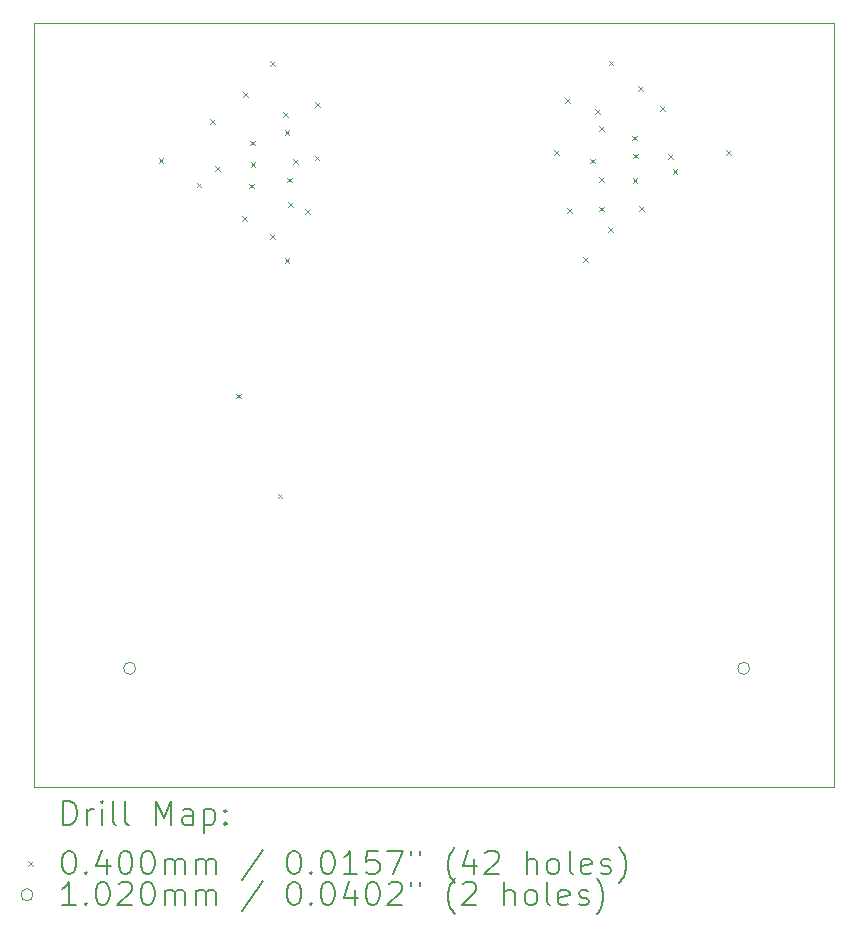
<source format=gbr>
%FSLAX45Y45*%
G04 Gerber Fmt 4.5, Leading zero omitted, Abs format (unit mm)*
G04 Created by KiCad (PCBNEW (6.0.0-0)) date 2022-07-31 01:09:14*
%MOMM*%
%LPD*%
G01*
G04 APERTURE LIST*
%TA.AperFunction,Profile*%
%ADD10C,0.100000*%
%TD*%
%ADD11C,0.200000*%
%ADD12C,0.040000*%
%ADD13C,0.102000*%
G04 APERTURE END LIST*
D10*
X10251440Y-5740400D02*
X17025620Y-5740400D01*
X17025620Y-5740400D02*
X17025620Y-12214860D01*
X17025620Y-12214860D02*
X10251440Y-12214860D01*
X10251440Y-12214860D02*
X10251440Y-5740400D01*
D11*
D12*
X11309670Y-6887530D02*
X11349670Y-6927530D01*
X11349670Y-6887530D02*
X11309670Y-6927530D01*
X11631030Y-7094590D02*
X11671030Y-7134590D01*
X11671030Y-7094590D02*
X11631030Y-7134590D01*
X11744010Y-6554790D02*
X11784010Y-6594790D01*
X11784010Y-6554790D02*
X11744010Y-6594790D01*
X11789730Y-6956110D02*
X11829730Y-6996110D01*
X11829730Y-6956110D02*
X11789730Y-6996110D01*
X11963720Y-8880160D02*
X12003720Y-8920160D01*
X12003720Y-8880160D02*
X11963720Y-8920160D01*
X12018330Y-7375210D02*
X12058330Y-7415210D01*
X12058330Y-7375210D02*
X12018330Y-7415210D01*
X12028490Y-6328730D02*
X12068490Y-6368730D01*
X12068490Y-6328730D02*
X12028490Y-6368730D01*
X12079290Y-7103430D02*
X12119290Y-7143430D01*
X12119290Y-7103430D02*
X12079290Y-7143430D01*
X12084370Y-6737670D02*
X12124370Y-6777670D01*
X12124370Y-6737670D02*
X12084370Y-6777670D01*
X12088130Y-6923090D02*
X12128130Y-6963090D01*
X12128130Y-6923090D02*
X12088130Y-6963090D01*
X12252010Y-7532690D02*
X12292010Y-7572690D01*
X12292010Y-7532690D02*
X12252010Y-7572690D01*
X12254550Y-6067110D02*
X12294550Y-6107110D01*
X12294550Y-6067110D02*
X12254550Y-6107110D01*
X12316780Y-9728520D02*
X12356780Y-9768520D01*
X12356780Y-9728520D02*
X12316780Y-9768520D01*
X12363770Y-6498910D02*
X12403770Y-6538910D01*
X12403770Y-6498910D02*
X12363770Y-6538910D01*
X12376470Y-6648770D02*
X12416470Y-6688770D01*
X12416470Y-6648770D02*
X12376470Y-6688770D01*
X12377690Y-7730810D02*
X12417690Y-7770810D01*
X12417690Y-7730810D02*
X12377690Y-7770810D01*
X12399330Y-7052630D02*
X12439330Y-7092630D01*
X12439330Y-7052630D02*
X12399330Y-7092630D01*
X12406950Y-7260910D02*
X12446950Y-7300910D01*
X12446950Y-7260910D02*
X12406950Y-7300910D01*
X12447590Y-6892610D02*
X12487590Y-6932610D01*
X12487590Y-6892610D02*
X12447590Y-6932610D01*
X12551730Y-7319330D02*
X12591730Y-7359330D01*
X12591730Y-7319330D02*
X12551730Y-7359330D01*
X12630470Y-6864670D02*
X12670470Y-6904670D01*
X12670470Y-6864670D02*
X12630470Y-6904670D01*
X12635550Y-6410010D02*
X12675550Y-6450010D01*
X12675550Y-6410010D02*
X12635550Y-6450010D01*
X14661200Y-6817680D02*
X14701200Y-6857680D01*
X14701200Y-6817680D02*
X14661200Y-6857680D01*
X14750100Y-6380800D02*
X14790100Y-6420800D01*
X14790100Y-6380800D02*
X14750100Y-6420800D01*
X14770420Y-7307900D02*
X14810420Y-7347900D01*
X14810420Y-7307900D02*
X14770420Y-7347900D01*
X14905040Y-7724460D02*
X14945040Y-7764460D01*
X14945040Y-7724460D02*
X14905040Y-7764460D01*
X14960920Y-6891340D02*
X15000920Y-6931340D01*
X15000920Y-6891340D02*
X14960920Y-6931340D01*
X15006640Y-6472240D02*
X15046640Y-6512240D01*
X15046640Y-6472240D02*
X15006640Y-6512240D01*
X15037120Y-6617020D02*
X15077120Y-6657020D01*
X15077120Y-6617020D02*
X15037120Y-6657020D01*
X15037120Y-7048820D02*
X15077120Y-7088820D01*
X15077120Y-7048820D02*
X15037120Y-7088820D01*
X15042200Y-7297740D02*
X15082200Y-7337740D01*
X15082200Y-7297740D02*
X15042200Y-7337740D01*
X15115860Y-7473000D02*
X15155860Y-7513000D01*
X15155860Y-7473000D02*
X15115860Y-7513000D01*
X15120940Y-6060760D02*
X15160940Y-6100760D01*
X15160940Y-6060760D02*
X15120940Y-6100760D01*
X15321600Y-6695760D02*
X15361600Y-6735760D01*
X15361600Y-6695760D02*
X15321600Y-6735760D01*
X15324140Y-7058980D02*
X15364140Y-7098980D01*
X15364140Y-7058980D02*
X15324140Y-7098980D01*
X15329220Y-6848160D02*
X15369220Y-6888160D01*
X15369220Y-6848160D02*
X15329220Y-6888160D01*
X15367320Y-6276660D02*
X15407320Y-6316660D01*
X15407320Y-6276660D02*
X15367320Y-6316660D01*
X15377480Y-7292660D02*
X15417480Y-7332660D01*
X15417480Y-7292660D02*
X15377480Y-7332660D01*
X15555280Y-6449380D02*
X15595280Y-6489380D01*
X15595280Y-6449380D02*
X15555280Y-6489380D01*
X15626400Y-6855780D02*
X15666400Y-6895780D01*
X15666400Y-6855780D02*
X15626400Y-6895780D01*
X15661960Y-6980240D02*
X15701960Y-7020240D01*
X15701960Y-6980240D02*
X15661960Y-7020240D01*
X16116620Y-6817680D02*
X16156620Y-6857680D01*
X16156620Y-6817680D02*
X16116620Y-6857680D01*
D13*
X11115620Y-11206480D02*
G75*
G03*
X11115620Y-11206480I-51000J0D01*
G01*
X16314620Y-11206480D02*
G75*
G03*
X16314620Y-11206480I-51000J0D01*
G01*
D11*
X10504059Y-12530336D02*
X10504059Y-12330336D01*
X10551678Y-12330336D01*
X10580250Y-12339860D01*
X10599297Y-12358908D01*
X10608821Y-12377955D01*
X10618345Y-12416050D01*
X10618345Y-12444622D01*
X10608821Y-12482717D01*
X10599297Y-12501765D01*
X10580250Y-12520812D01*
X10551678Y-12530336D01*
X10504059Y-12530336D01*
X10704059Y-12530336D02*
X10704059Y-12397003D01*
X10704059Y-12435098D02*
X10713583Y-12416050D01*
X10723107Y-12406527D01*
X10742154Y-12397003D01*
X10761202Y-12397003D01*
X10827869Y-12530336D02*
X10827869Y-12397003D01*
X10827869Y-12330336D02*
X10818345Y-12339860D01*
X10827869Y-12349384D01*
X10837392Y-12339860D01*
X10827869Y-12330336D01*
X10827869Y-12349384D01*
X10951678Y-12530336D02*
X10932630Y-12520812D01*
X10923107Y-12501765D01*
X10923107Y-12330336D01*
X11056440Y-12530336D02*
X11037392Y-12520812D01*
X11027869Y-12501765D01*
X11027869Y-12330336D01*
X11285011Y-12530336D02*
X11285011Y-12330336D01*
X11351678Y-12473193D01*
X11418345Y-12330336D01*
X11418345Y-12530336D01*
X11599297Y-12530336D02*
X11599297Y-12425574D01*
X11589773Y-12406527D01*
X11570726Y-12397003D01*
X11532630Y-12397003D01*
X11513583Y-12406527D01*
X11599297Y-12520812D02*
X11580249Y-12530336D01*
X11532630Y-12530336D01*
X11513583Y-12520812D01*
X11504059Y-12501765D01*
X11504059Y-12482717D01*
X11513583Y-12463669D01*
X11532630Y-12454146D01*
X11580249Y-12454146D01*
X11599297Y-12444622D01*
X11694535Y-12397003D02*
X11694535Y-12597003D01*
X11694535Y-12406527D02*
X11713583Y-12397003D01*
X11751678Y-12397003D01*
X11770726Y-12406527D01*
X11780249Y-12416050D01*
X11789773Y-12435098D01*
X11789773Y-12492241D01*
X11780249Y-12511288D01*
X11770726Y-12520812D01*
X11751678Y-12530336D01*
X11713583Y-12530336D01*
X11694535Y-12520812D01*
X11875488Y-12511288D02*
X11885011Y-12520812D01*
X11875488Y-12530336D01*
X11865964Y-12520812D01*
X11875488Y-12511288D01*
X11875488Y-12530336D01*
X11875488Y-12406527D02*
X11885011Y-12416050D01*
X11875488Y-12425574D01*
X11865964Y-12416050D01*
X11875488Y-12406527D01*
X11875488Y-12425574D01*
D12*
X10206440Y-12839860D02*
X10246440Y-12879860D01*
X10246440Y-12839860D02*
X10206440Y-12879860D01*
D11*
X10542154Y-12750336D02*
X10561202Y-12750336D01*
X10580250Y-12759860D01*
X10589773Y-12769384D01*
X10599297Y-12788431D01*
X10608821Y-12826527D01*
X10608821Y-12874146D01*
X10599297Y-12912241D01*
X10589773Y-12931288D01*
X10580250Y-12940812D01*
X10561202Y-12950336D01*
X10542154Y-12950336D01*
X10523107Y-12940812D01*
X10513583Y-12931288D01*
X10504059Y-12912241D01*
X10494535Y-12874146D01*
X10494535Y-12826527D01*
X10504059Y-12788431D01*
X10513583Y-12769384D01*
X10523107Y-12759860D01*
X10542154Y-12750336D01*
X10694535Y-12931288D02*
X10704059Y-12940812D01*
X10694535Y-12950336D01*
X10685011Y-12940812D01*
X10694535Y-12931288D01*
X10694535Y-12950336D01*
X10875488Y-12817003D02*
X10875488Y-12950336D01*
X10827869Y-12740812D02*
X10780250Y-12883669D01*
X10904059Y-12883669D01*
X11018345Y-12750336D02*
X11037392Y-12750336D01*
X11056440Y-12759860D01*
X11065964Y-12769384D01*
X11075488Y-12788431D01*
X11085011Y-12826527D01*
X11085011Y-12874146D01*
X11075488Y-12912241D01*
X11065964Y-12931288D01*
X11056440Y-12940812D01*
X11037392Y-12950336D01*
X11018345Y-12950336D01*
X10999297Y-12940812D01*
X10989773Y-12931288D01*
X10980250Y-12912241D01*
X10970726Y-12874146D01*
X10970726Y-12826527D01*
X10980250Y-12788431D01*
X10989773Y-12769384D01*
X10999297Y-12759860D01*
X11018345Y-12750336D01*
X11208821Y-12750336D02*
X11227868Y-12750336D01*
X11246916Y-12759860D01*
X11256440Y-12769384D01*
X11265964Y-12788431D01*
X11275488Y-12826527D01*
X11275488Y-12874146D01*
X11265964Y-12912241D01*
X11256440Y-12931288D01*
X11246916Y-12940812D01*
X11227868Y-12950336D01*
X11208821Y-12950336D01*
X11189773Y-12940812D01*
X11180250Y-12931288D01*
X11170726Y-12912241D01*
X11161202Y-12874146D01*
X11161202Y-12826527D01*
X11170726Y-12788431D01*
X11180250Y-12769384D01*
X11189773Y-12759860D01*
X11208821Y-12750336D01*
X11361202Y-12950336D02*
X11361202Y-12817003D01*
X11361202Y-12836050D02*
X11370726Y-12826527D01*
X11389773Y-12817003D01*
X11418345Y-12817003D01*
X11437392Y-12826527D01*
X11446916Y-12845574D01*
X11446916Y-12950336D01*
X11446916Y-12845574D02*
X11456440Y-12826527D01*
X11475488Y-12817003D01*
X11504059Y-12817003D01*
X11523107Y-12826527D01*
X11532630Y-12845574D01*
X11532630Y-12950336D01*
X11627868Y-12950336D02*
X11627868Y-12817003D01*
X11627868Y-12836050D02*
X11637392Y-12826527D01*
X11656440Y-12817003D01*
X11685011Y-12817003D01*
X11704059Y-12826527D01*
X11713583Y-12845574D01*
X11713583Y-12950336D01*
X11713583Y-12845574D02*
X11723107Y-12826527D01*
X11742154Y-12817003D01*
X11770726Y-12817003D01*
X11789773Y-12826527D01*
X11799297Y-12845574D01*
X11799297Y-12950336D01*
X12189773Y-12740812D02*
X12018345Y-12997955D01*
X12446916Y-12750336D02*
X12465964Y-12750336D01*
X12485011Y-12759860D01*
X12494535Y-12769384D01*
X12504059Y-12788431D01*
X12513583Y-12826527D01*
X12513583Y-12874146D01*
X12504059Y-12912241D01*
X12494535Y-12931288D01*
X12485011Y-12940812D01*
X12465964Y-12950336D01*
X12446916Y-12950336D01*
X12427868Y-12940812D01*
X12418345Y-12931288D01*
X12408821Y-12912241D01*
X12399297Y-12874146D01*
X12399297Y-12826527D01*
X12408821Y-12788431D01*
X12418345Y-12769384D01*
X12427868Y-12759860D01*
X12446916Y-12750336D01*
X12599297Y-12931288D02*
X12608821Y-12940812D01*
X12599297Y-12950336D01*
X12589773Y-12940812D01*
X12599297Y-12931288D01*
X12599297Y-12950336D01*
X12732630Y-12750336D02*
X12751678Y-12750336D01*
X12770726Y-12759860D01*
X12780249Y-12769384D01*
X12789773Y-12788431D01*
X12799297Y-12826527D01*
X12799297Y-12874146D01*
X12789773Y-12912241D01*
X12780249Y-12931288D01*
X12770726Y-12940812D01*
X12751678Y-12950336D01*
X12732630Y-12950336D01*
X12713583Y-12940812D01*
X12704059Y-12931288D01*
X12694535Y-12912241D01*
X12685011Y-12874146D01*
X12685011Y-12826527D01*
X12694535Y-12788431D01*
X12704059Y-12769384D01*
X12713583Y-12759860D01*
X12732630Y-12750336D01*
X12989773Y-12950336D02*
X12875488Y-12950336D01*
X12932630Y-12950336D02*
X12932630Y-12750336D01*
X12913583Y-12778908D01*
X12894535Y-12797955D01*
X12875488Y-12807479D01*
X13170726Y-12750336D02*
X13075488Y-12750336D01*
X13065964Y-12845574D01*
X13075488Y-12836050D01*
X13094535Y-12826527D01*
X13142154Y-12826527D01*
X13161202Y-12836050D01*
X13170726Y-12845574D01*
X13180249Y-12864622D01*
X13180249Y-12912241D01*
X13170726Y-12931288D01*
X13161202Y-12940812D01*
X13142154Y-12950336D01*
X13094535Y-12950336D01*
X13075488Y-12940812D01*
X13065964Y-12931288D01*
X13246916Y-12750336D02*
X13380249Y-12750336D01*
X13294535Y-12950336D01*
X13446916Y-12750336D02*
X13446916Y-12788431D01*
X13523107Y-12750336D02*
X13523107Y-12788431D01*
X13818345Y-13026527D02*
X13808821Y-13017003D01*
X13789773Y-12988431D01*
X13780249Y-12969384D01*
X13770726Y-12940812D01*
X13761202Y-12893193D01*
X13761202Y-12855098D01*
X13770726Y-12807479D01*
X13780249Y-12778908D01*
X13789773Y-12759860D01*
X13808821Y-12731288D01*
X13818345Y-12721765D01*
X13980249Y-12817003D02*
X13980249Y-12950336D01*
X13932630Y-12740812D02*
X13885011Y-12883669D01*
X14008821Y-12883669D01*
X14075488Y-12769384D02*
X14085011Y-12759860D01*
X14104059Y-12750336D01*
X14151678Y-12750336D01*
X14170726Y-12759860D01*
X14180249Y-12769384D01*
X14189773Y-12788431D01*
X14189773Y-12807479D01*
X14180249Y-12836050D01*
X14065964Y-12950336D01*
X14189773Y-12950336D01*
X14427868Y-12950336D02*
X14427868Y-12750336D01*
X14513583Y-12950336D02*
X14513583Y-12845574D01*
X14504059Y-12826527D01*
X14485011Y-12817003D01*
X14456440Y-12817003D01*
X14437392Y-12826527D01*
X14427868Y-12836050D01*
X14637392Y-12950336D02*
X14618345Y-12940812D01*
X14608821Y-12931288D01*
X14599297Y-12912241D01*
X14599297Y-12855098D01*
X14608821Y-12836050D01*
X14618345Y-12826527D01*
X14637392Y-12817003D01*
X14665964Y-12817003D01*
X14685011Y-12826527D01*
X14694535Y-12836050D01*
X14704059Y-12855098D01*
X14704059Y-12912241D01*
X14694535Y-12931288D01*
X14685011Y-12940812D01*
X14665964Y-12950336D01*
X14637392Y-12950336D01*
X14818345Y-12950336D02*
X14799297Y-12940812D01*
X14789773Y-12921765D01*
X14789773Y-12750336D01*
X14970726Y-12940812D02*
X14951678Y-12950336D01*
X14913583Y-12950336D01*
X14894535Y-12940812D01*
X14885011Y-12921765D01*
X14885011Y-12845574D01*
X14894535Y-12826527D01*
X14913583Y-12817003D01*
X14951678Y-12817003D01*
X14970726Y-12826527D01*
X14980249Y-12845574D01*
X14980249Y-12864622D01*
X14885011Y-12883669D01*
X15056440Y-12940812D02*
X15075488Y-12950336D01*
X15113583Y-12950336D01*
X15132630Y-12940812D01*
X15142154Y-12921765D01*
X15142154Y-12912241D01*
X15132630Y-12893193D01*
X15113583Y-12883669D01*
X15085011Y-12883669D01*
X15065964Y-12874146D01*
X15056440Y-12855098D01*
X15056440Y-12845574D01*
X15065964Y-12826527D01*
X15085011Y-12817003D01*
X15113583Y-12817003D01*
X15132630Y-12826527D01*
X15208821Y-13026527D02*
X15218345Y-13017003D01*
X15237392Y-12988431D01*
X15246916Y-12969384D01*
X15256440Y-12940812D01*
X15265964Y-12893193D01*
X15265964Y-12855098D01*
X15256440Y-12807479D01*
X15246916Y-12778908D01*
X15237392Y-12759860D01*
X15218345Y-12731288D01*
X15208821Y-12721765D01*
D13*
X10246440Y-13123860D02*
G75*
G03*
X10246440Y-13123860I-51000J0D01*
G01*
D11*
X10608821Y-13214336D02*
X10494535Y-13214336D01*
X10551678Y-13214336D02*
X10551678Y-13014336D01*
X10532630Y-13042908D01*
X10513583Y-13061955D01*
X10494535Y-13071479D01*
X10694535Y-13195288D02*
X10704059Y-13204812D01*
X10694535Y-13214336D01*
X10685011Y-13204812D01*
X10694535Y-13195288D01*
X10694535Y-13214336D01*
X10827869Y-13014336D02*
X10846916Y-13014336D01*
X10865964Y-13023860D01*
X10875488Y-13033384D01*
X10885011Y-13052431D01*
X10894535Y-13090527D01*
X10894535Y-13138146D01*
X10885011Y-13176241D01*
X10875488Y-13195288D01*
X10865964Y-13204812D01*
X10846916Y-13214336D01*
X10827869Y-13214336D01*
X10808821Y-13204812D01*
X10799297Y-13195288D01*
X10789773Y-13176241D01*
X10780250Y-13138146D01*
X10780250Y-13090527D01*
X10789773Y-13052431D01*
X10799297Y-13033384D01*
X10808821Y-13023860D01*
X10827869Y-13014336D01*
X10970726Y-13033384D02*
X10980250Y-13023860D01*
X10999297Y-13014336D01*
X11046916Y-13014336D01*
X11065964Y-13023860D01*
X11075488Y-13033384D01*
X11085011Y-13052431D01*
X11085011Y-13071479D01*
X11075488Y-13100050D01*
X10961202Y-13214336D01*
X11085011Y-13214336D01*
X11208821Y-13014336D02*
X11227868Y-13014336D01*
X11246916Y-13023860D01*
X11256440Y-13033384D01*
X11265964Y-13052431D01*
X11275488Y-13090527D01*
X11275488Y-13138146D01*
X11265964Y-13176241D01*
X11256440Y-13195288D01*
X11246916Y-13204812D01*
X11227868Y-13214336D01*
X11208821Y-13214336D01*
X11189773Y-13204812D01*
X11180250Y-13195288D01*
X11170726Y-13176241D01*
X11161202Y-13138146D01*
X11161202Y-13090527D01*
X11170726Y-13052431D01*
X11180250Y-13033384D01*
X11189773Y-13023860D01*
X11208821Y-13014336D01*
X11361202Y-13214336D02*
X11361202Y-13081003D01*
X11361202Y-13100050D02*
X11370726Y-13090527D01*
X11389773Y-13081003D01*
X11418345Y-13081003D01*
X11437392Y-13090527D01*
X11446916Y-13109574D01*
X11446916Y-13214336D01*
X11446916Y-13109574D02*
X11456440Y-13090527D01*
X11475488Y-13081003D01*
X11504059Y-13081003D01*
X11523107Y-13090527D01*
X11532630Y-13109574D01*
X11532630Y-13214336D01*
X11627868Y-13214336D02*
X11627868Y-13081003D01*
X11627868Y-13100050D02*
X11637392Y-13090527D01*
X11656440Y-13081003D01*
X11685011Y-13081003D01*
X11704059Y-13090527D01*
X11713583Y-13109574D01*
X11713583Y-13214336D01*
X11713583Y-13109574D02*
X11723107Y-13090527D01*
X11742154Y-13081003D01*
X11770726Y-13081003D01*
X11789773Y-13090527D01*
X11799297Y-13109574D01*
X11799297Y-13214336D01*
X12189773Y-13004812D02*
X12018345Y-13261955D01*
X12446916Y-13014336D02*
X12465964Y-13014336D01*
X12485011Y-13023860D01*
X12494535Y-13033384D01*
X12504059Y-13052431D01*
X12513583Y-13090527D01*
X12513583Y-13138146D01*
X12504059Y-13176241D01*
X12494535Y-13195288D01*
X12485011Y-13204812D01*
X12465964Y-13214336D01*
X12446916Y-13214336D01*
X12427868Y-13204812D01*
X12418345Y-13195288D01*
X12408821Y-13176241D01*
X12399297Y-13138146D01*
X12399297Y-13090527D01*
X12408821Y-13052431D01*
X12418345Y-13033384D01*
X12427868Y-13023860D01*
X12446916Y-13014336D01*
X12599297Y-13195288D02*
X12608821Y-13204812D01*
X12599297Y-13214336D01*
X12589773Y-13204812D01*
X12599297Y-13195288D01*
X12599297Y-13214336D01*
X12732630Y-13014336D02*
X12751678Y-13014336D01*
X12770726Y-13023860D01*
X12780249Y-13033384D01*
X12789773Y-13052431D01*
X12799297Y-13090527D01*
X12799297Y-13138146D01*
X12789773Y-13176241D01*
X12780249Y-13195288D01*
X12770726Y-13204812D01*
X12751678Y-13214336D01*
X12732630Y-13214336D01*
X12713583Y-13204812D01*
X12704059Y-13195288D01*
X12694535Y-13176241D01*
X12685011Y-13138146D01*
X12685011Y-13090527D01*
X12694535Y-13052431D01*
X12704059Y-13033384D01*
X12713583Y-13023860D01*
X12732630Y-13014336D01*
X12970726Y-13081003D02*
X12970726Y-13214336D01*
X12923107Y-13004812D02*
X12875488Y-13147669D01*
X12999297Y-13147669D01*
X13113583Y-13014336D02*
X13132630Y-13014336D01*
X13151678Y-13023860D01*
X13161202Y-13033384D01*
X13170726Y-13052431D01*
X13180249Y-13090527D01*
X13180249Y-13138146D01*
X13170726Y-13176241D01*
X13161202Y-13195288D01*
X13151678Y-13204812D01*
X13132630Y-13214336D01*
X13113583Y-13214336D01*
X13094535Y-13204812D01*
X13085011Y-13195288D01*
X13075488Y-13176241D01*
X13065964Y-13138146D01*
X13065964Y-13090527D01*
X13075488Y-13052431D01*
X13085011Y-13033384D01*
X13094535Y-13023860D01*
X13113583Y-13014336D01*
X13256440Y-13033384D02*
X13265964Y-13023860D01*
X13285011Y-13014336D01*
X13332630Y-13014336D01*
X13351678Y-13023860D01*
X13361202Y-13033384D01*
X13370726Y-13052431D01*
X13370726Y-13071479D01*
X13361202Y-13100050D01*
X13246916Y-13214336D01*
X13370726Y-13214336D01*
X13446916Y-13014336D02*
X13446916Y-13052431D01*
X13523107Y-13014336D02*
X13523107Y-13052431D01*
X13818345Y-13290527D02*
X13808821Y-13281003D01*
X13789773Y-13252431D01*
X13780249Y-13233384D01*
X13770726Y-13204812D01*
X13761202Y-13157193D01*
X13761202Y-13119098D01*
X13770726Y-13071479D01*
X13780249Y-13042908D01*
X13789773Y-13023860D01*
X13808821Y-12995288D01*
X13818345Y-12985765D01*
X13885011Y-13033384D02*
X13894535Y-13023860D01*
X13913583Y-13014336D01*
X13961202Y-13014336D01*
X13980249Y-13023860D01*
X13989773Y-13033384D01*
X13999297Y-13052431D01*
X13999297Y-13071479D01*
X13989773Y-13100050D01*
X13875488Y-13214336D01*
X13999297Y-13214336D01*
X14237392Y-13214336D02*
X14237392Y-13014336D01*
X14323107Y-13214336D02*
X14323107Y-13109574D01*
X14313583Y-13090527D01*
X14294535Y-13081003D01*
X14265964Y-13081003D01*
X14246916Y-13090527D01*
X14237392Y-13100050D01*
X14446916Y-13214336D02*
X14427868Y-13204812D01*
X14418345Y-13195288D01*
X14408821Y-13176241D01*
X14408821Y-13119098D01*
X14418345Y-13100050D01*
X14427868Y-13090527D01*
X14446916Y-13081003D01*
X14475488Y-13081003D01*
X14494535Y-13090527D01*
X14504059Y-13100050D01*
X14513583Y-13119098D01*
X14513583Y-13176241D01*
X14504059Y-13195288D01*
X14494535Y-13204812D01*
X14475488Y-13214336D01*
X14446916Y-13214336D01*
X14627868Y-13214336D02*
X14608821Y-13204812D01*
X14599297Y-13185765D01*
X14599297Y-13014336D01*
X14780249Y-13204812D02*
X14761202Y-13214336D01*
X14723107Y-13214336D01*
X14704059Y-13204812D01*
X14694535Y-13185765D01*
X14694535Y-13109574D01*
X14704059Y-13090527D01*
X14723107Y-13081003D01*
X14761202Y-13081003D01*
X14780249Y-13090527D01*
X14789773Y-13109574D01*
X14789773Y-13128622D01*
X14694535Y-13147669D01*
X14865964Y-13204812D02*
X14885011Y-13214336D01*
X14923107Y-13214336D01*
X14942154Y-13204812D01*
X14951678Y-13185765D01*
X14951678Y-13176241D01*
X14942154Y-13157193D01*
X14923107Y-13147669D01*
X14894535Y-13147669D01*
X14875488Y-13138146D01*
X14865964Y-13119098D01*
X14865964Y-13109574D01*
X14875488Y-13090527D01*
X14894535Y-13081003D01*
X14923107Y-13081003D01*
X14942154Y-13090527D01*
X15018345Y-13290527D02*
X15027868Y-13281003D01*
X15046916Y-13252431D01*
X15056440Y-13233384D01*
X15065964Y-13204812D01*
X15075488Y-13157193D01*
X15075488Y-13119098D01*
X15065964Y-13071479D01*
X15056440Y-13042908D01*
X15046916Y-13023860D01*
X15027868Y-12995288D01*
X15018345Y-12985765D01*
M02*

</source>
